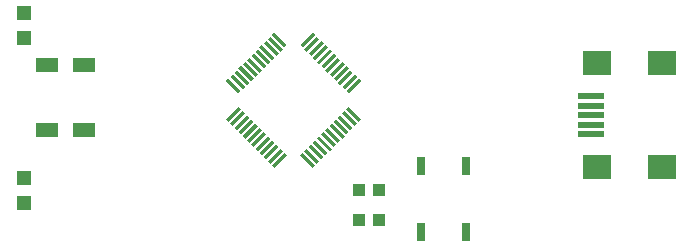
<source format=gbr>
G04 EAGLE Gerber X2 export*
%TF.Part,Single*%
%TF.FileFunction,Paste,Top*%
%TF.FilePolarity,Positive*%
%TF.GenerationSoftware,Autodesk,EAGLE,8.6.3*%
%TF.CreationDate,2019-03-08T23:17:09Z*%
G75*
%MOMM*%
%FSLAX34Y34*%
%LPD*%
%AMOC8*
5,1,8,0,0,1.08239X$1,22.5*%
G01*
%ADD10R,2.400000X2.000000*%
%ADD11R,2.308000X0.500000*%
%ADD12R,1.200000X1.200000*%
%ADD13R,1.000000X1.100000*%
%ADD14R,0.762000X1.524000*%
%ADD15R,0.300000X1.500000*%
%ADD16R,1.900000X1.300000*%


D10*
X564440Y118560D03*
D11*
X558800Y146560D03*
X558800Y154560D03*
X558800Y162560D03*
X558800Y170560D03*
X558800Y178560D03*
D10*
X619440Y118560D03*
X564440Y206560D03*
X619440Y206560D03*
D12*
X78740Y249260D03*
X78740Y228260D03*
X78740Y88560D03*
X78740Y109560D03*
D13*
X362340Y99060D03*
X379340Y99060D03*
X362340Y73660D03*
X379340Y73660D03*
D14*
X415290Y63500D03*
X415290Y119380D03*
X453390Y63500D03*
X453390Y119380D03*
D15*
G36*
X260670Y169602D02*
X262791Y167481D01*
X252186Y156876D01*
X250065Y158997D01*
X260670Y169602D01*
G37*
G36*
X264206Y166067D02*
X266327Y163946D01*
X255722Y153341D01*
X253601Y155462D01*
X264206Y166067D01*
G37*
G36*
X267741Y162531D02*
X269862Y160410D01*
X259257Y149805D01*
X257136Y151926D01*
X267741Y162531D01*
G37*
G36*
X271277Y158996D02*
X273398Y156875D01*
X262793Y146270D01*
X260672Y148391D01*
X271277Y158996D01*
G37*
G36*
X274812Y155460D02*
X276933Y153339D01*
X266328Y142734D01*
X264207Y144855D01*
X274812Y155460D01*
G37*
G36*
X278348Y151925D02*
X280469Y149804D01*
X269864Y139199D01*
X267743Y141320D01*
X278348Y151925D01*
G37*
G36*
X281884Y148389D02*
X284005Y146268D01*
X273400Y135663D01*
X271279Y137784D01*
X281884Y148389D01*
G37*
G36*
X285419Y144853D02*
X287540Y142732D01*
X276935Y132127D01*
X274814Y134248D01*
X285419Y144853D01*
G37*
G36*
X288955Y141318D02*
X291076Y139197D01*
X280471Y128592D01*
X278350Y130713D01*
X288955Y141318D01*
G37*
G36*
X292490Y137782D02*
X294611Y135661D01*
X284006Y125056D01*
X281885Y127177D01*
X292490Y137782D01*
G37*
G36*
X296026Y134247D02*
X298147Y132126D01*
X287542Y121521D01*
X285421Y123642D01*
X296026Y134247D01*
G37*
G36*
X299561Y130711D02*
X301682Y128590D01*
X291077Y117985D01*
X288956Y120106D01*
X299561Y130711D01*
G37*
G36*
X312998Y128590D02*
X315119Y130711D01*
X325724Y120106D01*
X323603Y117985D01*
X312998Y128590D01*
G37*
G36*
X316533Y132126D02*
X318654Y134247D01*
X329259Y123642D01*
X327138Y121521D01*
X316533Y132126D01*
G37*
G36*
X320069Y135661D02*
X322190Y137782D01*
X332795Y127177D01*
X330674Y125056D01*
X320069Y135661D01*
G37*
G36*
X323604Y139197D02*
X325725Y141318D01*
X336330Y130713D01*
X334209Y128592D01*
X323604Y139197D01*
G37*
G36*
X327140Y142732D02*
X329261Y144853D01*
X339866Y134248D01*
X337745Y132127D01*
X327140Y142732D01*
G37*
G36*
X330675Y146268D02*
X332796Y148389D01*
X343401Y137784D01*
X341280Y135663D01*
X330675Y146268D01*
G37*
G36*
X334211Y149804D02*
X336332Y151925D01*
X346937Y141320D01*
X344816Y139199D01*
X334211Y149804D01*
G37*
G36*
X337747Y153339D02*
X339868Y155460D01*
X350473Y144855D01*
X348352Y142734D01*
X337747Y153339D01*
G37*
G36*
X341282Y156875D02*
X343403Y158996D01*
X354008Y148391D01*
X351887Y146270D01*
X341282Y156875D01*
G37*
G36*
X344818Y160410D02*
X346939Y162531D01*
X357544Y151926D01*
X355423Y149805D01*
X344818Y160410D01*
G37*
G36*
X348353Y163946D02*
X350474Y166067D01*
X361079Y155462D01*
X358958Y153341D01*
X348353Y163946D01*
G37*
G36*
X351889Y167481D02*
X354010Y169602D01*
X364615Y158997D01*
X362494Y156876D01*
X351889Y167481D01*
G37*
G36*
X354010Y180918D02*
X351889Y183039D01*
X362494Y193644D01*
X364615Y191523D01*
X354010Y180918D01*
G37*
G36*
X350474Y184453D02*
X348353Y186574D01*
X358958Y197179D01*
X361079Y195058D01*
X350474Y184453D01*
G37*
G36*
X346939Y187989D02*
X344818Y190110D01*
X355423Y200715D01*
X357544Y198594D01*
X346939Y187989D01*
G37*
G36*
X343403Y191524D02*
X341282Y193645D01*
X351887Y204250D01*
X354008Y202129D01*
X343403Y191524D01*
G37*
G36*
X339868Y195060D02*
X337747Y197181D01*
X348352Y207786D01*
X350473Y205665D01*
X339868Y195060D01*
G37*
G36*
X336332Y198595D02*
X334211Y200716D01*
X344816Y211321D01*
X346937Y209200D01*
X336332Y198595D01*
G37*
G36*
X332796Y202131D02*
X330675Y204252D01*
X341280Y214857D01*
X343401Y212736D01*
X332796Y202131D01*
G37*
G36*
X329261Y205667D02*
X327140Y207788D01*
X337745Y218393D01*
X339866Y216272D01*
X329261Y205667D01*
G37*
G36*
X325725Y209202D02*
X323604Y211323D01*
X334209Y221928D01*
X336330Y219807D01*
X325725Y209202D01*
G37*
G36*
X322190Y212738D02*
X320069Y214859D01*
X330674Y225464D01*
X332795Y223343D01*
X322190Y212738D01*
G37*
G36*
X318654Y216273D02*
X316533Y218394D01*
X327138Y228999D01*
X329259Y226878D01*
X318654Y216273D01*
G37*
G36*
X315119Y219809D02*
X312998Y221930D01*
X323603Y232535D01*
X325724Y230414D01*
X315119Y219809D01*
G37*
G36*
X301682Y221930D02*
X299561Y219809D01*
X288956Y230414D01*
X291077Y232535D01*
X301682Y221930D01*
G37*
G36*
X298147Y218394D02*
X296026Y216273D01*
X285421Y226878D01*
X287542Y228999D01*
X298147Y218394D01*
G37*
G36*
X294611Y214859D02*
X292490Y212738D01*
X281885Y223343D01*
X284006Y225464D01*
X294611Y214859D01*
G37*
G36*
X291076Y211323D02*
X288955Y209202D01*
X278350Y219807D01*
X280471Y221928D01*
X291076Y211323D01*
G37*
G36*
X287540Y207788D02*
X285419Y205667D01*
X274814Y216272D01*
X276935Y218393D01*
X287540Y207788D01*
G37*
G36*
X284005Y204252D02*
X281884Y202131D01*
X271279Y212736D01*
X273400Y214857D01*
X284005Y204252D01*
G37*
G36*
X280469Y200716D02*
X278348Y198595D01*
X267743Y209200D01*
X269864Y211321D01*
X280469Y200716D01*
G37*
G36*
X276933Y197181D02*
X274812Y195060D01*
X264207Y205665D01*
X266328Y207786D01*
X276933Y197181D01*
G37*
G36*
X273398Y193645D02*
X271277Y191524D01*
X260672Y202129D01*
X262793Y204250D01*
X273398Y193645D01*
G37*
G36*
X269862Y190110D02*
X267741Y187989D01*
X257136Y198594D01*
X259257Y200715D01*
X269862Y190110D01*
G37*
G36*
X266327Y186574D02*
X264206Y184453D01*
X253601Y195058D01*
X255722Y197179D01*
X266327Y186574D01*
G37*
G36*
X262791Y183039D02*
X260670Y180918D01*
X250065Y191523D01*
X252186Y193644D01*
X262791Y183039D01*
G37*
D16*
X130300Y150300D03*
X130300Y205300D03*
X98300Y205300D03*
X98300Y150300D03*
M02*

</source>
